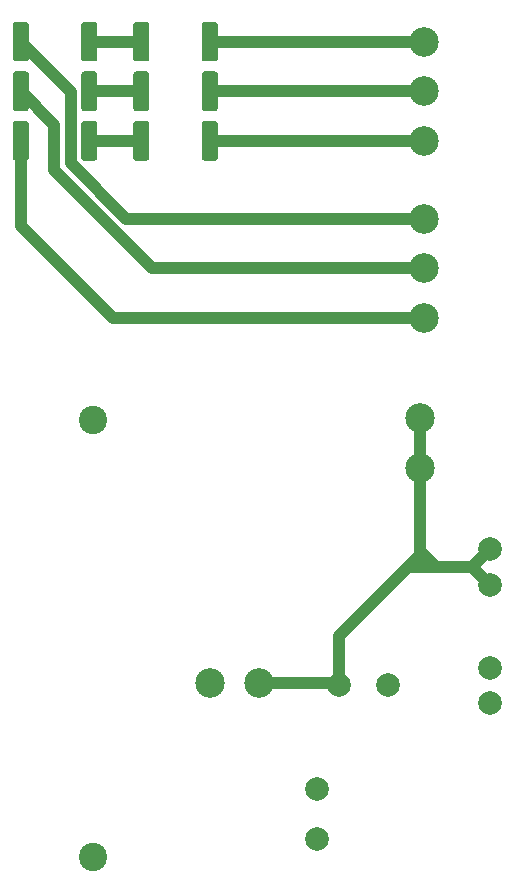
<source format=gbr>
G04 #@! TF.GenerationSoftware,KiCad,Pcbnew,(5.1.4-0)*
G04 #@! TF.CreationDate,2021-06-22T22:46:31+02:00*
G04 #@! TF.ProjectId,accumulator_HV_distribution_board,61636375-6d75-46c6-9174-6f725f48565f,rev?*
G04 #@! TF.SameCoordinates,Original*
G04 #@! TF.FileFunction,Copper,L2,Bot*
G04 #@! TF.FilePolarity,Positive*
%FSLAX46Y46*%
G04 Gerber Fmt 4.6, Leading zero omitted, Abs format (unit mm)*
G04 Created by KiCad (PCBNEW (5.1.4-0)) date 2021-06-22 22:46:31*
%MOMM*%
%LPD*%
G04 APERTURE LIST*
%ADD10C,2.000000*%
%ADD11C,2.500000*%
%ADD12C,2.400000*%
%ADD13C,0.100000*%
%ADD14C,1.350000*%
%ADD15C,1.000000*%
G04 APERTURE END LIST*
D10*
X165600000Y-108000000D03*
X165600000Y-105000000D03*
X165600000Y-95000000D03*
X165600000Y-98000000D03*
D11*
X141900000Y-106300000D03*
X146100000Y-106300000D03*
X160000000Y-75400000D03*
X160000000Y-71200000D03*
X160000000Y-67000000D03*
X160000000Y-52000000D03*
X160000000Y-56200000D03*
X160000000Y-60400000D03*
D10*
X151000000Y-119500000D03*
X151000000Y-115300000D03*
D11*
X159700000Y-83900000D03*
X159700000Y-88100000D03*
D10*
X157000000Y-106500000D03*
X152800000Y-106500000D03*
D12*
X132000000Y-121000000D03*
X132000000Y-84000000D03*
D13*
G36*
X126349505Y-50326204D02*
G01*
X126373773Y-50329804D01*
X126397572Y-50335765D01*
X126420671Y-50344030D01*
X126442850Y-50354520D01*
X126463893Y-50367132D01*
X126483599Y-50381747D01*
X126501777Y-50398223D01*
X126518253Y-50416401D01*
X126532868Y-50436107D01*
X126545480Y-50457150D01*
X126555970Y-50479329D01*
X126564235Y-50502428D01*
X126570196Y-50526227D01*
X126573796Y-50550495D01*
X126575000Y-50574999D01*
X126575000Y-53425001D01*
X126573796Y-53449505D01*
X126570196Y-53473773D01*
X126564235Y-53497572D01*
X126555970Y-53520671D01*
X126545480Y-53542850D01*
X126532868Y-53563893D01*
X126518253Y-53583599D01*
X126501777Y-53601777D01*
X126483599Y-53618253D01*
X126463893Y-53632868D01*
X126442850Y-53645480D01*
X126420671Y-53655970D01*
X126397572Y-53664235D01*
X126373773Y-53670196D01*
X126349505Y-53673796D01*
X126325001Y-53675000D01*
X125474999Y-53675000D01*
X125450495Y-53673796D01*
X125426227Y-53670196D01*
X125402428Y-53664235D01*
X125379329Y-53655970D01*
X125357150Y-53645480D01*
X125336107Y-53632868D01*
X125316401Y-53618253D01*
X125298223Y-53601777D01*
X125281747Y-53583599D01*
X125267132Y-53563893D01*
X125254520Y-53542850D01*
X125244030Y-53520671D01*
X125235765Y-53497572D01*
X125229804Y-53473773D01*
X125226204Y-53449505D01*
X125225000Y-53425001D01*
X125225000Y-50574999D01*
X125226204Y-50550495D01*
X125229804Y-50526227D01*
X125235765Y-50502428D01*
X125244030Y-50479329D01*
X125254520Y-50457150D01*
X125267132Y-50436107D01*
X125281747Y-50416401D01*
X125298223Y-50398223D01*
X125316401Y-50381747D01*
X125336107Y-50367132D01*
X125357150Y-50354520D01*
X125379329Y-50344030D01*
X125402428Y-50335765D01*
X125426227Y-50329804D01*
X125450495Y-50326204D01*
X125474999Y-50325000D01*
X126325001Y-50325000D01*
X126349505Y-50326204D01*
X126349505Y-50326204D01*
G37*
D14*
X125900000Y-52000000D03*
D13*
G36*
X132149505Y-50326204D02*
G01*
X132173773Y-50329804D01*
X132197572Y-50335765D01*
X132220671Y-50344030D01*
X132242850Y-50354520D01*
X132263893Y-50367132D01*
X132283599Y-50381747D01*
X132301777Y-50398223D01*
X132318253Y-50416401D01*
X132332868Y-50436107D01*
X132345480Y-50457150D01*
X132355970Y-50479329D01*
X132364235Y-50502428D01*
X132370196Y-50526227D01*
X132373796Y-50550495D01*
X132375000Y-50574999D01*
X132375000Y-53425001D01*
X132373796Y-53449505D01*
X132370196Y-53473773D01*
X132364235Y-53497572D01*
X132355970Y-53520671D01*
X132345480Y-53542850D01*
X132332868Y-53563893D01*
X132318253Y-53583599D01*
X132301777Y-53601777D01*
X132283599Y-53618253D01*
X132263893Y-53632868D01*
X132242850Y-53645480D01*
X132220671Y-53655970D01*
X132197572Y-53664235D01*
X132173773Y-53670196D01*
X132149505Y-53673796D01*
X132125001Y-53675000D01*
X131274999Y-53675000D01*
X131250495Y-53673796D01*
X131226227Y-53670196D01*
X131202428Y-53664235D01*
X131179329Y-53655970D01*
X131157150Y-53645480D01*
X131136107Y-53632868D01*
X131116401Y-53618253D01*
X131098223Y-53601777D01*
X131081747Y-53583599D01*
X131067132Y-53563893D01*
X131054520Y-53542850D01*
X131044030Y-53520671D01*
X131035765Y-53497572D01*
X131029804Y-53473773D01*
X131026204Y-53449505D01*
X131025000Y-53425001D01*
X131025000Y-50574999D01*
X131026204Y-50550495D01*
X131029804Y-50526227D01*
X131035765Y-50502428D01*
X131044030Y-50479329D01*
X131054520Y-50457150D01*
X131067132Y-50436107D01*
X131081747Y-50416401D01*
X131098223Y-50398223D01*
X131116401Y-50381747D01*
X131136107Y-50367132D01*
X131157150Y-50354520D01*
X131179329Y-50344030D01*
X131202428Y-50335765D01*
X131226227Y-50329804D01*
X131250495Y-50326204D01*
X131274999Y-50325000D01*
X132125001Y-50325000D01*
X132149505Y-50326204D01*
X132149505Y-50326204D01*
G37*
D14*
X131700000Y-52000000D03*
D13*
G36*
X132149505Y-58726204D02*
G01*
X132173773Y-58729804D01*
X132197572Y-58735765D01*
X132220671Y-58744030D01*
X132242850Y-58754520D01*
X132263893Y-58767132D01*
X132283599Y-58781747D01*
X132301777Y-58798223D01*
X132318253Y-58816401D01*
X132332868Y-58836107D01*
X132345480Y-58857150D01*
X132355970Y-58879329D01*
X132364235Y-58902428D01*
X132370196Y-58926227D01*
X132373796Y-58950495D01*
X132375000Y-58974999D01*
X132375000Y-61825001D01*
X132373796Y-61849505D01*
X132370196Y-61873773D01*
X132364235Y-61897572D01*
X132355970Y-61920671D01*
X132345480Y-61942850D01*
X132332868Y-61963893D01*
X132318253Y-61983599D01*
X132301777Y-62001777D01*
X132283599Y-62018253D01*
X132263893Y-62032868D01*
X132242850Y-62045480D01*
X132220671Y-62055970D01*
X132197572Y-62064235D01*
X132173773Y-62070196D01*
X132149505Y-62073796D01*
X132125001Y-62075000D01*
X131274999Y-62075000D01*
X131250495Y-62073796D01*
X131226227Y-62070196D01*
X131202428Y-62064235D01*
X131179329Y-62055970D01*
X131157150Y-62045480D01*
X131136107Y-62032868D01*
X131116401Y-62018253D01*
X131098223Y-62001777D01*
X131081747Y-61983599D01*
X131067132Y-61963893D01*
X131054520Y-61942850D01*
X131044030Y-61920671D01*
X131035765Y-61897572D01*
X131029804Y-61873773D01*
X131026204Y-61849505D01*
X131025000Y-61825001D01*
X131025000Y-58974999D01*
X131026204Y-58950495D01*
X131029804Y-58926227D01*
X131035765Y-58902428D01*
X131044030Y-58879329D01*
X131054520Y-58857150D01*
X131067132Y-58836107D01*
X131081747Y-58816401D01*
X131098223Y-58798223D01*
X131116401Y-58781747D01*
X131136107Y-58767132D01*
X131157150Y-58754520D01*
X131179329Y-58744030D01*
X131202428Y-58735765D01*
X131226227Y-58729804D01*
X131250495Y-58726204D01*
X131274999Y-58725000D01*
X132125001Y-58725000D01*
X132149505Y-58726204D01*
X132149505Y-58726204D01*
G37*
D14*
X131700000Y-60400000D03*
D13*
G36*
X126349505Y-58726204D02*
G01*
X126373773Y-58729804D01*
X126397572Y-58735765D01*
X126420671Y-58744030D01*
X126442850Y-58754520D01*
X126463893Y-58767132D01*
X126483599Y-58781747D01*
X126501777Y-58798223D01*
X126518253Y-58816401D01*
X126532868Y-58836107D01*
X126545480Y-58857150D01*
X126555970Y-58879329D01*
X126564235Y-58902428D01*
X126570196Y-58926227D01*
X126573796Y-58950495D01*
X126575000Y-58974999D01*
X126575000Y-61825001D01*
X126573796Y-61849505D01*
X126570196Y-61873773D01*
X126564235Y-61897572D01*
X126555970Y-61920671D01*
X126545480Y-61942850D01*
X126532868Y-61963893D01*
X126518253Y-61983599D01*
X126501777Y-62001777D01*
X126483599Y-62018253D01*
X126463893Y-62032868D01*
X126442850Y-62045480D01*
X126420671Y-62055970D01*
X126397572Y-62064235D01*
X126373773Y-62070196D01*
X126349505Y-62073796D01*
X126325001Y-62075000D01*
X125474999Y-62075000D01*
X125450495Y-62073796D01*
X125426227Y-62070196D01*
X125402428Y-62064235D01*
X125379329Y-62055970D01*
X125357150Y-62045480D01*
X125336107Y-62032868D01*
X125316401Y-62018253D01*
X125298223Y-62001777D01*
X125281747Y-61983599D01*
X125267132Y-61963893D01*
X125254520Y-61942850D01*
X125244030Y-61920671D01*
X125235765Y-61897572D01*
X125229804Y-61873773D01*
X125226204Y-61849505D01*
X125225000Y-61825001D01*
X125225000Y-58974999D01*
X125226204Y-58950495D01*
X125229804Y-58926227D01*
X125235765Y-58902428D01*
X125244030Y-58879329D01*
X125254520Y-58857150D01*
X125267132Y-58836107D01*
X125281747Y-58816401D01*
X125298223Y-58798223D01*
X125316401Y-58781747D01*
X125336107Y-58767132D01*
X125357150Y-58754520D01*
X125379329Y-58744030D01*
X125402428Y-58735765D01*
X125426227Y-58729804D01*
X125450495Y-58726204D01*
X125474999Y-58725000D01*
X126325001Y-58725000D01*
X126349505Y-58726204D01*
X126349505Y-58726204D01*
G37*
D14*
X125900000Y-60400000D03*
D13*
G36*
X126349505Y-54526204D02*
G01*
X126373773Y-54529804D01*
X126397572Y-54535765D01*
X126420671Y-54544030D01*
X126442850Y-54554520D01*
X126463893Y-54567132D01*
X126483599Y-54581747D01*
X126501777Y-54598223D01*
X126518253Y-54616401D01*
X126532868Y-54636107D01*
X126545480Y-54657150D01*
X126555970Y-54679329D01*
X126564235Y-54702428D01*
X126570196Y-54726227D01*
X126573796Y-54750495D01*
X126575000Y-54774999D01*
X126575000Y-57625001D01*
X126573796Y-57649505D01*
X126570196Y-57673773D01*
X126564235Y-57697572D01*
X126555970Y-57720671D01*
X126545480Y-57742850D01*
X126532868Y-57763893D01*
X126518253Y-57783599D01*
X126501777Y-57801777D01*
X126483599Y-57818253D01*
X126463893Y-57832868D01*
X126442850Y-57845480D01*
X126420671Y-57855970D01*
X126397572Y-57864235D01*
X126373773Y-57870196D01*
X126349505Y-57873796D01*
X126325001Y-57875000D01*
X125474999Y-57875000D01*
X125450495Y-57873796D01*
X125426227Y-57870196D01*
X125402428Y-57864235D01*
X125379329Y-57855970D01*
X125357150Y-57845480D01*
X125336107Y-57832868D01*
X125316401Y-57818253D01*
X125298223Y-57801777D01*
X125281747Y-57783599D01*
X125267132Y-57763893D01*
X125254520Y-57742850D01*
X125244030Y-57720671D01*
X125235765Y-57697572D01*
X125229804Y-57673773D01*
X125226204Y-57649505D01*
X125225000Y-57625001D01*
X125225000Y-54774999D01*
X125226204Y-54750495D01*
X125229804Y-54726227D01*
X125235765Y-54702428D01*
X125244030Y-54679329D01*
X125254520Y-54657150D01*
X125267132Y-54636107D01*
X125281747Y-54616401D01*
X125298223Y-54598223D01*
X125316401Y-54581747D01*
X125336107Y-54567132D01*
X125357150Y-54554520D01*
X125379329Y-54544030D01*
X125402428Y-54535765D01*
X125426227Y-54529804D01*
X125450495Y-54526204D01*
X125474999Y-54525000D01*
X126325001Y-54525000D01*
X126349505Y-54526204D01*
X126349505Y-54526204D01*
G37*
D14*
X125900000Y-56200000D03*
D13*
G36*
X132149505Y-54526204D02*
G01*
X132173773Y-54529804D01*
X132197572Y-54535765D01*
X132220671Y-54544030D01*
X132242850Y-54554520D01*
X132263893Y-54567132D01*
X132283599Y-54581747D01*
X132301777Y-54598223D01*
X132318253Y-54616401D01*
X132332868Y-54636107D01*
X132345480Y-54657150D01*
X132355970Y-54679329D01*
X132364235Y-54702428D01*
X132370196Y-54726227D01*
X132373796Y-54750495D01*
X132375000Y-54774999D01*
X132375000Y-57625001D01*
X132373796Y-57649505D01*
X132370196Y-57673773D01*
X132364235Y-57697572D01*
X132355970Y-57720671D01*
X132345480Y-57742850D01*
X132332868Y-57763893D01*
X132318253Y-57783599D01*
X132301777Y-57801777D01*
X132283599Y-57818253D01*
X132263893Y-57832868D01*
X132242850Y-57845480D01*
X132220671Y-57855970D01*
X132197572Y-57864235D01*
X132173773Y-57870196D01*
X132149505Y-57873796D01*
X132125001Y-57875000D01*
X131274999Y-57875000D01*
X131250495Y-57873796D01*
X131226227Y-57870196D01*
X131202428Y-57864235D01*
X131179329Y-57855970D01*
X131157150Y-57845480D01*
X131136107Y-57832868D01*
X131116401Y-57818253D01*
X131098223Y-57801777D01*
X131081747Y-57783599D01*
X131067132Y-57763893D01*
X131054520Y-57742850D01*
X131044030Y-57720671D01*
X131035765Y-57697572D01*
X131029804Y-57673773D01*
X131026204Y-57649505D01*
X131025000Y-57625001D01*
X131025000Y-54774999D01*
X131026204Y-54750495D01*
X131029804Y-54726227D01*
X131035765Y-54702428D01*
X131044030Y-54679329D01*
X131054520Y-54657150D01*
X131067132Y-54636107D01*
X131081747Y-54616401D01*
X131098223Y-54598223D01*
X131116401Y-54581747D01*
X131136107Y-54567132D01*
X131157150Y-54554520D01*
X131179329Y-54544030D01*
X131202428Y-54535765D01*
X131226227Y-54529804D01*
X131250495Y-54526204D01*
X131274999Y-54525000D01*
X132125001Y-54525000D01*
X132149505Y-54526204D01*
X132149505Y-54526204D01*
G37*
D14*
X131700000Y-56200000D03*
D13*
G36*
X142349505Y-50326204D02*
G01*
X142373773Y-50329804D01*
X142397572Y-50335765D01*
X142420671Y-50344030D01*
X142442850Y-50354520D01*
X142463893Y-50367132D01*
X142483599Y-50381747D01*
X142501777Y-50398223D01*
X142518253Y-50416401D01*
X142532868Y-50436107D01*
X142545480Y-50457150D01*
X142555970Y-50479329D01*
X142564235Y-50502428D01*
X142570196Y-50526227D01*
X142573796Y-50550495D01*
X142575000Y-50574999D01*
X142575000Y-53425001D01*
X142573796Y-53449505D01*
X142570196Y-53473773D01*
X142564235Y-53497572D01*
X142555970Y-53520671D01*
X142545480Y-53542850D01*
X142532868Y-53563893D01*
X142518253Y-53583599D01*
X142501777Y-53601777D01*
X142483599Y-53618253D01*
X142463893Y-53632868D01*
X142442850Y-53645480D01*
X142420671Y-53655970D01*
X142397572Y-53664235D01*
X142373773Y-53670196D01*
X142349505Y-53673796D01*
X142325001Y-53675000D01*
X141474999Y-53675000D01*
X141450495Y-53673796D01*
X141426227Y-53670196D01*
X141402428Y-53664235D01*
X141379329Y-53655970D01*
X141357150Y-53645480D01*
X141336107Y-53632868D01*
X141316401Y-53618253D01*
X141298223Y-53601777D01*
X141281747Y-53583599D01*
X141267132Y-53563893D01*
X141254520Y-53542850D01*
X141244030Y-53520671D01*
X141235765Y-53497572D01*
X141229804Y-53473773D01*
X141226204Y-53449505D01*
X141225000Y-53425001D01*
X141225000Y-50574999D01*
X141226204Y-50550495D01*
X141229804Y-50526227D01*
X141235765Y-50502428D01*
X141244030Y-50479329D01*
X141254520Y-50457150D01*
X141267132Y-50436107D01*
X141281747Y-50416401D01*
X141298223Y-50398223D01*
X141316401Y-50381747D01*
X141336107Y-50367132D01*
X141357150Y-50354520D01*
X141379329Y-50344030D01*
X141402428Y-50335765D01*
X141426227Y-50329804D01*
X141450495Y-50326204D01*
X141474999Y-50325000D01*
X142325001Y-50325000D01*
X142349505Y-50326204D01*
X142349505Y-50326204D01*
G37*
D14*
X141900000Y-52000000D03*
D13*
G36*
X136549505Y-50326204D02*
G01*
X136573773Y-50329804D01*
X136597572Y-50335765D01*
X136620671Y-50344030D01*
X136642850Y-50354520D01*
X136663893Y-50367132D01*
X136683599Y-50381747D01*
X136701777Y-50398223D01*
X136718253Y-50416401D01*
X136732868Y-50436107D01*
X136745480Y-50457150D01*
X136755970Y-50479329D01*
X136764235Y-50502428D01*
X136770196Y-50526227D01*
X136773796Y-50550495D01*
X136775000Y-50574999D01*
X136775000Y-53425001D01*
X136773796Y-53449505D01*
X136770196Y-53473773D01*
X136764235Y-53497572D01*
X136755970Y-53520671D01*
X136745480Y-53542850D01*
X136732868Y-53563893D01*
X136718253Y-53583599D01*
X136701777Y-53601777D01*
X136683599Y-53618253D01*
X136663893Y-53632868D01*
X136642850Y-53645480D01*
X136620671Y-53655970D01*
X136597572Y-53664235D01*
X136573773Y-53670196D01*
X136549505Y-53673796D01*
X136525001Y-53675000D01*
X135674999Y-53675000D01*
X135650495Y-53673796D01*
X135626227Y-53670196D01*
X135602428Y-53664235D01*
X135579329Y-53655970D01*
X135557150Y-53645480D01*
X135536107Y-53632868D01*
X135516401Y-53618253D01*
X135498223Y-53601777D01*
X135481747Y-53583599D01*
X135467132Y-53563893D01*
X135454520Y-53542850D01*
X135444030Y-53520671D01*
X135435765Y-53497572D01*
X135429804Y-53473773D01*
X135426204Y-53449505D01*
X135425000Y-53425001D01*
X135425000Y-50574999D01*
X135426204Y-50550495D01*
X135429804Y-50526227D01*
X135435765Y-50502428D01*
X135444030Y-50479329D01*
X135454520Y-50457150D01*
X135467132Y-50436107D01*
X135481747Y-50416401D01*
X135498223Y-50398223D01*
X135516401Y-50381747D01*
X135536107Y-50367132D01*
X135557150Y-50354520D01*
X135579329Y-50344030D01*
X135602428Y-50335765D01*
X135626227Y-50329804D01*
X135650495Y-50326204D01*
X135674999Y-50325000D01*
X136525001Y-50325000D01*
X136549505Y-50326204D01*
X136549505Y-50326204D01*
G37*
D14*
X136100000Y-52000000D03*
D13*
G36*
X142349505Y-58726204D02*
G01*
X142373773Y-58729804D01*
X142397572Y-58735765D01*
X142420671Y-58744030D01*
X142442850Y-58754520D01*
X142463893Y-58767132D01*
X142483599Y-58781747D01*
X142501777Y-58798223D01*
X142518253Y-58816401D01*
X142532868Y-58836107D01*
X142545480Y-58857150D01*
X142555970Y-58879329D01*
X142564235Y-58902428D01*
X142570196Y-58926227D01*
X142573796Y-58950495D01*
X142575000Y-58974999D01*
X142575000Y-61825001D01*
X142573796Y-61849505D01*
X142570196Y-61873773D01*
X142564235Y-61897572D01*
X142555970Y-61920671D01*
X142545480Y-61942850D01*
X142532868Y-61963893D01*
X142518253Y-61983599D01*
X142501777Y-62001777D01*
X142483599Y-62018253D01*
X142463893Y-62032868D01*
X142442850Y-62045480D01*
X142420671Y-62055970D01*
X142397572Y-62064235D01*
X142373773Y-62070196D01*
X142349505Y-62073796D01*
X142325001Y-62075000D01*
X141474999Y-62075000D01*
X141450495Y-62073796D01*
X141426227Y-62070196D01*
X141402428Y-62064235D01*
X141379329Y-62055970D01*
X141357150Y-62045480D01*
X141336107Y-62032868D01*
X141316401Y-62018253D01*
X141298223Y-62001777D01*
X141281747Y-61983599D01*
X141267132Y-61963893D01*
X141254520Y-61942850D01*
X141244030Y-61920671D01*
X141235765Y-61897572D01*
X141229804Y-61873773D01*
X141226204Y-61849505D01*
X141225000Y-61825001D01*
X141225000Y-58974999D01*
X141226204Y-58950495D01*
X141229804Y-58926227D01*
X141235765Y-58902428D01*
X141244030Y-58879329D01*
X141254520Y-58857150D01*
X141267132Y-58836107D01*
X141281747Y-58816401D01*
X141298223Y-58798223D01*
X141316401Y-58781747D01*
X141336107Y-58767132D01*
X141357150Y-58754520D01*
X141379329Y-58744030D01*
X141402428Y-58735765D01*
X141426227Y-58729804D01*
X141450495Y-58726204D01*
X141474999Y-58725000D01*
X142325001Y-58725000D01*
X142349505Y-58726204D01*
X142349505Y-58726204D01*
G37*
D14*
X141900000Y-60400000D03*
D13*
G36*
X136549505Y-58726204D02*
G01*
X136573773Y-58729804D01*
X136597572Y-58735765D01*
X136620671Y-58744030D01*
X136642850Y-58754520D01*
X136663893Y-58767132D01*
X136683599Y-58781747D01*
X136701777Y-58798223D01*
X136718253Y-58816401D01*
X136732868Y-58836107D01*
X136745480Y-58857150D01*
X136755970Y-58879329D01*
X136764235Y-58902428D01*
X136770196Y-58926227D01*
X136773796Y-58950495D01*
X136775000Y-58974999D01*
X136775000Y-61825001D01*
X136773796Y-61849505D01*
X136770196Y-61873773D01*
X136764235Y-61897572D01*
X136755970Y-61920671D01*
X136745480Y-61942850D01*
X136732868Y-61963893D01*
X136718253Y-61983599D01*
X136701777Y-62001777D01*
X136683599Y-62018253D01*
X136663893Y-62032868D01*
X136642850Y-62045480D01*
X136620671Y-62055970D01*
X136597572Y-62064235D01*
X136573773Y-62070196D01*
X136549505Y-62073796D01*
X136525001Y-62075000D01*
X135674999Y-62075000D01*
X135650495Y-62073796D01*
X135626227Y-62070196D01*
X135602428Y-62064235D01*
X135579329Y-62055970D01*
X135557150Y-62045480D01*
X135536107Y-62032868D01*
X135516401Y-62018253D01*
X135498223Y-62001777D01*
X135481747Y-61983599D01*
X135467132Y-61963893D01*
X135454520Y-61942850D01*
X135444030Y-61920671D01*
X135435765Y-61897572D01*
X135429804Y-61873773D01*
X135426204Y-61849505D01*
X135425000Y-61825001D01*
X135425000Y-58974999D01*
X135426204Y-58950495D01*
X135429804Y-58926227D01*
X135435765Y-58902428D01*
X135444030Y-58879329D01*
X135454520Y-58857150D01*
X135467132Y-58836107D01*
X135481747Y-58816401D01*
X135498223Y-58798223D01*
X135516401Y-58781747D01*
X135536107Y-58767132D01*
X135557150Y-58754520D01*
X135579329Y-58744030D01*
X135602428Y-58735765D01*
X135626227Y-58729804D01*
X135650495Y-58726204D01*
X135674999Y-58725000D01*
X136525001Y-58725000D01*
X136549505Y-58726204D01*
X136549505Y-58726204D01*
G37*
D14*
X136100000Y-60400000D03*
D13*
G36*
X136549505Y-54526204D02*
G01*
X136573773Y-54529804D01*
X136597572Y-54535765D01*
X136620671Y-54544030D01*
X136642850Y-54554520D01*
X136663893Y-54567132D01*
X136683599Y-54581747D01*
X136701777Y-54598223D01*
X136718253Y-54616401D01*
X136732868Y-54636107D01*
X136745480Y-54657150D01*
X136755970Y-54679329D01*
X136764235Y-54702428D01*
X136770196Y-54726227D01*
X136773796Y-54750495D01*
X136775000Y-54774999D01*
X136775000Y-57625001D01*
X136773796Y-57649505D01*
X136770196Y-57673773D01*
X136764235Y-57697572D01*
X136755970Y-57720671D01*
X136745480Y-57742850D01*
X136732868Y-57763893D01*
X136718253Y-57783599D01*
X136701777Y-57801777D01*
X136683599Y-57818253D01*
X136663893Y-57832868D01*
X136642850Y-57845480D01*
X136620671Y-57855970D01*
X136597572Y-57864235D01*
X136573773Y-57870196D01*
X136549505Y-57873796D01*
X136525001Y-57875000D01*
X135674999Y-57875000D01*
X135650495Y-57873796D01*
X135626227Y-57870196D01*
X135602428Y-57864235D01*
X135579329Y-57855970D01*
X135557150Y-57845480D01*
X135536107Y-57832868D01*
X135516401Y-57818253D01*
X135498223Y-57801777D01*
X135481747Y-57783599D01*
X135467132Y-57763893D01*
X135454520Y-57742850D01*
X135444030Y-57720671D01*
X135435765Y-57697572D01*
X135429804Y-57673773D01*
X135426204Y-57649505D01*
X135425000Y-57625001D01*
X135425000Y-54774999D01*
X135426204Y-54750495D01*
X135429804Y-54726227D01*
X135435765Y-54702428D01*
X135444030Y-54679329D01*
X135454520Y-54657150D01*
X135467132Y-54636107D01*
X135481747Y-54616401D01*
X135498223Y-54598223D01*
X135516401Y-54581747D01*
X135536107Y-54567132D01*
X135557150Y-54554520D01*
X135579329Y-54544030D01*
X135602428Y-54535765D01*
X135626227Y-54529804D01*
X135650495Y-54526204D01*
X135674999Y-54525000D01*
X136525001Y-54525000D01*
X136549505Y-54526204D01*
X136549505Y-54526204D01*
G37*
D14*
X136100000Y-56200000D03*
D13*
G36*
X142349505Y-54526204D02*
G01*
X142373773Y-54529804D01*
X142397572Y-54535765D01*
X142420671Y-54544030D01*
X142442850Y-54554520D01*
X142463893Y-54567132D01*
X142483599Y-54581747D01*
X142501777Y-54598223D01*
X142518253Y-54616401D01*
X142532868Y-54636107D01*
X142545480Y-54657150D01*
X142555970Y-54679329D01*
X142564235Y-54702428D01*
X142570196Y-54726227D01*
X142573796Y-54750495D01*
X142575000Y-54774999D01*
X142575000Y-57625001D01*
X142573796Y-57649505D01*
X142570196Y-57673773D01*
X142564235Y-57697572D01*
X142555970Y-57720671D01*
X142545480Y-57742850D01*
X142532868Y-57763893D01*
X142518253Y-57783599D01*
X142501777Y-57801777D01*
X142483599Y-57818253D01*
X142463893Y-57832868D01*
X142442850Y-57845480D01*
X142420671Y-57855970D01*
X142397572Y-57864235D01*
X142373773Y-57870196D01*
X142349505Y-57873796D01*
X142325001Y-57875000D01*
X141474999Y-57875000D01*
X141450495Y-57873796D01*
X141426227Y-57870196D01*
X141402428Y-57864235D01*
X141379329Y-57855970D01*
X141357150Y-57845480D01*
X141336107Y-57832868D01*
X141316401Y-57818253D01*
X141298223Y-57801777D01*
X141281747Y-57783599D01*
X141267132Y-57763893D01*
X141254520Y-57742850D01*
X141244030Y-57720671D01*
X141235765Y-57697572D01*
X141229804Y-57673773D01*
X141226204Y-57649505D01*
X141225000Y-57625001D01*
X141225000Y-54774999D01*
X141226204Y-54750495D01*
X141229804Y-54726227D01*
X141235765Y-54702428D01*
X141244030Y-54679329D01*
X141254520Y-54657150D01*
X141267132Y-54636107D01*
X141281747Y-54616401D01*
X141298223Y-54598223D01*
X141316401Y-54581747D01*
X141336107Y-54567132D01*
X141357150Y-54554520D01*
X141379329Y-54544030D01*
X141402428Y-54535765D01*
X141426227Y-54529804D01*
X141450495Y-54526204D01*
X141474999Y-54525000D01*
X142325001Y-54525000D01*
X142349505Y-54526204D01*
X142349505Y-54526204D01*
G37*
D14*
X141900000Y-56200000D03*
D15*
X134823638Y-67000000D02*
X160000000Y-67000000D01*
X130124990Y-62301352D02*
X134823638Y-67000000D01*
X130124990Y-56224990D02*
X130124990Y-62301352D01*
X125900000Y-52000000D02*
X130124990Y-56224990D01*
X164100000Y-96500000D02*
X165600000Y-95000000D01*
X161052002Y-96500000D02*
X164100000Y-96500000D01*
X165600000Y-98000000D02*
X164100000Y-96500000D01*
X159700000Y-83900000D02*
X159700000Y-88100000D01*
X159700000Y-95147998D02*
X161052002Y-96500000D01*
X159700000Y-88100000D02*
X159700000Y-95147998D01*
X158641958Y-96500000D02*
X161052002Y-96500000D01*
X152800000Y-102341958D02*
X158641958Y-96500000D01*
X152800000Y-106500000D02*
X152800000Y-102341958D01*
X159700000Y-95441958D02*
X158641958Y-96500000D01*
X159700000Y-95147998D02*
X159700000Y-95441958D01*
X152600000Y-106300000D02*
X152800000Y-106500000D01*
X146100000Y-106300000D02*
X152600000Y-106300000D01*
X128724980Y-62881255D02*
X137043725Y-71200000D01*
X128724980Y-59024980D02*
X128724980Y-62881255D01*
X137043725Y-71200000D02*
X160000000Y-71200000D01*
X125900000Y-56200000D02*
X128724980Y-59024980D01*
X133699998Y-75400000D02*
X160000000Y-75400000D01*
X125900000Y-67600002D02*
X133699998Y-75400000D01*
X125900000Y-60400000D02*
X125900000Y-67600002D01*
X141900000Y-52000000D02*
X160000000Y-52000000D01*
X160000000Y-56200000D02*
X141900000Y-56200000D01*
X160000000Y-60400000D02*
X141900000Y-60400000D01*
X136100000Y-52000000D02*
X131700000Y-52000000D01*
X136100000Y-60400000D02*
X131700000Y-60400000D01*
X131700000Y-56200000D02*
X135400000Y-56200000D01*
X135400000Y-56200000D02*
X136100000Y-56200000D01*
M02*

</source>
